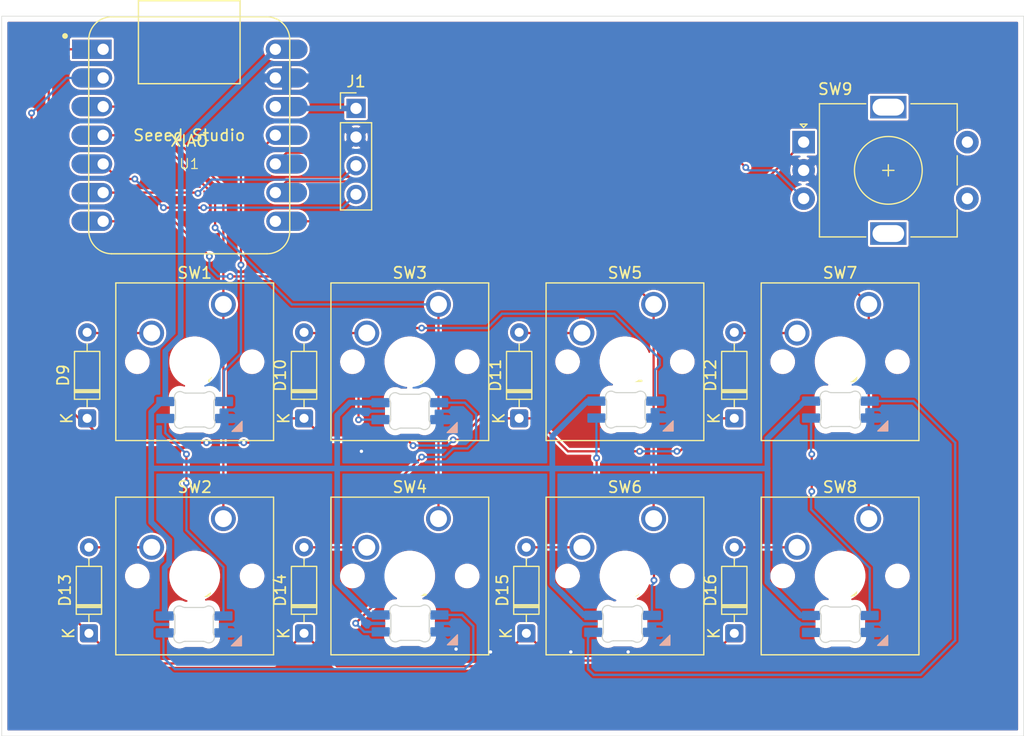
<source format=kicad_pcb>
(kicad_pcb (version 20241229) (generator "pcbnew") (generator_version "9.0")
  (layers (0 "F.Cu" signal) (2 "B.Cu" signal) (13 "F.Paste" user) (15 "B.Paste" user) (5 "F.SilkS" user "F.Silkscreen") (7 "B.SilkS" user "B.Silkscreen") (1 "F.Mask" user) (3 "B.Mask" user) (25 "Edge.Cuts" user))
  (net 0 "")
  (net 1 "ROW0")
  (net 2 "Net-(D9-A)")
  (net 3 "Net-(D10-A)")
  (net 4 "Net-(D11-A)")
  (net 5 "Net-(D12-A)")
  (net 6 "Net-(D13-A)")
  (net 7 "ROW1")
  (net 8 "Net-(D14-A)")
  (net 9 "Net-(D15-A)")
  (net 10 "Net-(D16-A)")
  (net 11 "Net-(J1-Pin_3)")
  (net 12 "Net-(J1-Pin_4)")
  (net 13 "3V3")
  (net 14 "COL0")
  (net 15 "COL1")
  (net 16 "COL2")
  (net 17 "COL3")
  (net 19 "A")
  (net 20 "GND")
  (net 22 "RGB")
  (net 23 "+5V")
  (net 24 "B")
  (net 25 "Net-(D2-DOUT)")
  (net 26 "Net-(D1-DOUT)")
  (net 27 "Net-(D3-DOUT)")
  (net 28 "Net-(D4-DOUT)")
  (net 30 "Net-(D1-DIN)")
  (net 31 "Net-(D2-DIN)")
  (net 32 "Net-(D3-DIN)")
  (footprint "Button_Switch_Keyboard:SW_Cherry_MX_1.00u_PCB" (layer "F.Cu") (at 147.79625 128.905)
    (property "Reference" "SW4")
    (property "Value" "SW_Push_45deg")
  )
  (footprint "footprints:SK6812MINI-E_fixed" (layer "F.Cu") (at 145.278799 138.290842)
    (property "Reference" "D1")
    (property "Value" "SK6812MINI-E")
    (fp_line (start -1.699998 0.6) (end -1.699998 -0.805684) (stroke (width 0.1)) (layer "Edge.Cuts"))
    (fp_line (start -0.794451 -1.602841) (end 0.794454 -1.602841) (stroke (width 0.1)) (layer "Edge.Cuts"))
    (fp_line (start 0.794453 1.397158) (end -0.794451 1.397158) (stroke (width 0.1)) (layer "Edge.Cuts"))
    (fp_line (start 1.7 -0.805684) (end 1.7 0.6) (stroke (width 0.1)) (layer "Edge.Cuts"))
    (fp_arc (start -1.749483 -1.022562) (mid -1.712526 -0.91691) (end -1.699998 -0.805684) (stroke (width 0.1)) (layer "Edge.Cuts"))
    (fp_arc (start -1.749483 -1.022562) (mid -1.63807 -1.606877) (end -1.04671 -1.671141) (stroke (width 0.1)) (layer "Edge.Cuts"))
    (fp_arc (start -1.699998 0.600001) (mid -1.712526 0.711226) (end -1.749483 0.816878) (stroke (width 0.1)) (layer "Edge.Cuts"))
    (fp_arc (start -1.04671 1.465455) (mid -1.638069 1.401192) (end -1.749483 0.816878) (stroke (width 0.1)) (layer "Edge.Cuts"))
    (fp_arc (start -1.046709 1.465457) (mid -0.925121 1.414535) (end -0.794451 1.397158) (stroke (width 0.1)) (layer "Edge.Cuts"))
    (fp_arc (start -0.794452 -1.602842) (mid -0.925122 -1.620219) (end -1.04671 -1.671141) (stroke (width 0.1)) (layer "Edge.Cuts"))
    (fp_arc (start 0.794453 1.397158) (mid 0.925124 1.414535) (end 1.046712 1.465457) (stroke (width 0.1)) (layer "Edge.Cuts"))
    (fp_arc (start 1.046712 -1.67114) (mid 0.925124 -1.620218) (end 0.794454 -1.602841) (stroke (width 0.1)) (layer "Edge.Cuts"))
    (fp_arc (start 1.046712 -1.67114) (mid 1.638072 -1.606876) (end 1.749485 -1.022562) (stroke (width 0.1)) (layer "Edge.Cuts"))
    (fp_arc (start 1.7 -0.805685) (mid 1.712528 -0.91691) (end 1.749485 -1.022562) (stroke (width 0.1)) (layer "Edge.Cuts"))
    (fp_arc (start 1.749485 0.816877) (mid 1.638073 1.401193) (end 1.046712 1.465457) (stroke (width 0.1)) (layer "Edge.Cuts"))
    (fp_arc (start 1.749485 0.816878) (mid 1.712528 0.711226) (end 1.7 0.6) (stroke (width 0.1)) (layer "Edge.Cuts"))
  )
  (footprint "footprints:SK6812MINI-E_fixed" (layer "F.Cu") (at 126.152499 138.3792)
    (property "Reference" "D6")
    (property "Value" "SK6812MINI-E")
    (fp_line (start -1.699998 0.6) (end -1.699998 -0.805684) (stroke (width 0.1)) (layer "Edge.Cuts"))
    (fp_line (start -0.794451 -1.602841) (end 0.794454 -1.602841) (stroke (width 0.1)) (layer "Edge.Cuts"))
    (fp_line (start 0.794453 1.397158) (end -0.794451 1.397158) (stroke (width 0.1)) (layer "Edge.Cuts"))
    (fp_line (start 1.7 -0.805684) (end 1.7 0.6) (stroke (width 0.1)) (layer "Edge.Cuts"))
    (fp_arc (start -1.749483 -1.022562) (mid -1.712526 -0.91691) (end -1.699998 -0.805684) (stroke (width 0.1)) (layer "Edge.Cuts"))
    (fp_arc (start -1.749483 -1.022562) (mid -1.63807 -1.606877) (end -1.04671 -1.671141) (stroke (width 0.1)) (layer "Edge.Cuts"))
    (fp_arc (start -1.699998 0.600001) (mid -1.712526 0.711226) (end -1.749483 0.816878) (stroke (width 0.1)) (layer "Edge.Cuts"))
    (fp_arc (start -1.04671 1.465455) (mid -1.638069 1.401192) (end -1.749483 0.816878) (stroke (width 0.1)) (layer "Edge.Cuts"))
    (fp_arc (start -1.046709 1.465457) (mid -0.925121 1.414535) (end -0.794451 1.397158) (stroke (width 0.1)) (layer "Edge.Cuts"))
    (fp_arc (start -0.794452 -1.602842) (mid -0.925122 -1.620219) (end -1.04671 -1.671141) (stroke (width 0.1)) (layer "Edge.Cuts"))
    (fp_arc (start 0.794453 1.397158) (mid 0.925124 1.414535) (end 1.046712 1.465457) (stroke (width 0.1)) (layer "Edge.Cuts"))
    (fp_arc (start 1.046712 -1.67114) (mid 0.925124 -1.620218) (end 0.794454 -1.602841) (stroke (width 0.1)) (layer "Edge.Cuts"))
    (fp_arc (start 1.046712 -1.67114) (mid 1.638072 -1.606876) (end 1.749485 -1.022562) (stroke (width 0.1)) (layer "Edge.Cuts"))
    (fp_arc (start 1.7 -0.805685) (mid 1.712528 -0.91691) (end 1.749485 -1.022562) (stroke (width 0.1)) (layer "Edge.Cuts"))
    (fp_arc (start 1.749485 0.816877) (mid 1.638073 1.401193) (end 1.046712 1.465457) (stroke (width 0.1)) (layer "Edge.Cuts"))
    (fp_arc (start 1.749485 0.816878) (mid 1.712528 0.711226) (end 1.7 0.6) (stroke (width 0.1)) (layer "Edge.Cuts"))
  )
  (footprint "footprints:SK6812MINI-E_fixed" (layer "F.Cu") (at 183.388 119.342442)
    (property "Reference" "D3")
    (property "Value" "SK6812MINI-E")
    (fp_line (start -1.699998 0.6) (end -1.699998 -0.805684) (stroke (width 0.1)) (layer "Edge.Cuts"))
    (fp_line (start -0.794451 -1.602841) (end 0.794454 -1.602841) (stroke (width 0.1)) (layer "Edge.Cuts"))
    (fp_line (start 0.794453 1.397158) (end -0.794451 1.397158) (stroke (width 0.1)) (layer "Edge.Cuts"))
    (fp_line (start 1.7 -0.805684) (end 1.7 0.6) (stroke (width 0.1)) (layer "Edge.Cuts"))
    (fp_arc (start -1.749483 -1.022562) (mid -1.712526 -0.91691) (end -1.699998 -0.805684) (stroke (width 0.1)) (layer "Edge.Cuts"))
    (fp_arc (start -1.749483 -1.022562) (mid -1.63807 -1.606877) (end -1.04671 -1.671141) (stroke (width 0.1)) (layer "Edge.Cuts"))
    (fp_arc (start -1.699998 0.600001) (mid -1.712526 0.711226) (end -1.749483 0.816878) (stroke (width 0.1)) (layer "Edge.Cuts"))
    (fp_arc (start -1.04671 1.465455) (mid -1.638069 1.401192) (end -1.749483 0.816878) (stroke (width 0.1)) (layer "Edge.Cuts"))
    (fp_arc (start -1.046709 1.465457) (mid -0.925121 1.414535) (end -0.794451 1.397158) (stroke (width 0.1)) (layer "Edge.Cuts"))
    (fp_arc (start -0.794452 -1.602842) (mid -0.925122 -1.620219) (end -1.04671 -1.671141) (stroke (width 0.1)) (layer "Edge.Cuts"))
    (fp_arc (start 0.794453 1.397158) (mid 0.925124 1.414535) (end 1.046712 1.465457) (stroke (width 0.1)) (layer "Edge.Cuts"))
    (fp_arc (start 1.046712 -1.67114) (mid 0.925124 -1.620218) (end 0.794454 -1.602841) (stroke (width 0.1)) (layer "Edge.Cuts"))
    (fp_arc (start 1.046712 -1.67114) (mid 1.638072 -1.606876) (end 1.749485 -1.022562) (stroke (width 0.1)) (layer "Edge.Cuts"))
    (fp_arc (start 1.7 -0.805685) (mid 1.712528 -0.91691) (end 1.749485 -1.022562) (stroke (width 0.1)) (layer "Edge.Cuts"))
    (fp_arc (start 1.749485 0.816877) (mid 1.638073 1.401193) (end 1.046712 1.465457) (stroke (width 0.1)) (layer "Edge.Cuts"))
    (fp_arc (start 1.749485 0.816878) (mid 1.712528 0.711226) (end 1.7 0.6) (stroke (width 0.1)) (layer "Edge.Cuts"))
  )
  (footprint "Button_Switch_Keyboard:SW_Cherry_MX_1.00u_PCB" (layer "F.Cu") (at 147.79625 109.92)
    (property "Reference" "SW3")
    (property "Value" "SW_Push_45deg")
  )
  (footprint "footprints:SK6812MINI-E_fixed" (layer "F.Cu") (at 145.25625 119.4816)
    (property "Reference" "D7")
    (property "Value" "SK6812MINI-E")
    (fp_line (start -1.699998 0.6) (end -1.699998 -0.805684) (stroke (width 0.1)) (layer "Edge.Cuts"))
    (fp_line (start -0.794451 -1.602841) (end 0.794454 -1.602841) (stroke (width 0.1)) (layer "Edge.Cuts"))
    (fp_line (start 0.794453 1.397158) (end -0.794451 1.397158) (stroke (width 0.1)) (layer "Edge.Cuts"))
    (fp_line (start 1.7 -0.805684) (end 1.7 0.6) (stroke (width 0.1)) (layer "Edge.Cuts"))
    (fp_arc (start -1.749483 -1.022562) (mid -1.712526 -0.91691) (end -1.699998 -0.805684) (stroke (width 0.1)) (layer "Edge.Cuts"))
    (fp_arc (start -1.749483 -1.022562) (mid -1.63807 -1.606877) (end -1.04671 -1.671141) (stroke (width 0.1)) (layer "Edge.Cuts"))
    (fp_arc (start -1.699998 0.600001) (mid -1.712526 0.711226) (end -1.749483 0.816878) (stroke (width 0.1)) (layer "Edge.Cuts"))
    (fp_arc (start -1.04671 1.465455) (mid -1.638069 1.401192) (end -1.749483 0.816878) (stroke (width 0.1)) (layer "Edge.Cuts"))
    (fp_arc (start -1.046709 1.465457) (mid -0.925121 1.414535) (end -0.794451 1.397158) (stroke (width 0.1)) (layer "Edge.Cuts"))
    (fp_arc (start -0.794452 -1.602842) (mid -0.925122 -1.620219) (end -1.04671 -1.671141) (stroke (width 0.1)) (layer "Edge.Cuts"))
    (fp_arc (start 0.794453 1.397158) (mid 0.925124 1.414535) (end 1.046712 1.465457) (stroke (width 0.1)) (layer "Edge.Cuts"))
    (fp_arc (start 1.046712 -1.67114) (mid 0.925124 -1.620218) (end 0.794454 -1.602841) (stroke (width 0.1)) (layer "Edge.Cuts"))
    (fp_arc (start 1.046712 -1.67114) (mid 1.638072 -1.606876) (end 1.749485 -1.022562) (stroke (width 0.1)) (layer "Edge.Cuts"))
    (fp_arc (start 1.7 -0.805685) (mid 1.712528 -0.91691) (end 1.749485 -1.022562) (stroke (width 0.1)) (layer "Edge.Cuts"))
    (fp_arc (start 1.749485 0.816877) (mid 1.638073 1.401193) (end 1.046712 1.465457) (stroke (width 0.1)) (layer "Edge.Cuts"))
    (fp_arc (start 1.749485 0.816878) (mid 1.712528 0.711226) (end 1.7 0.6) (stroke (width 0.1)) (layer "Edge.Cuts"))
  )
  (footprint "Diode_THT:D_DO-35_SOD27_P7.62mm_Horizontal" (layer "F.Cu") (at 173.99 139.065 90)
    (property "Reference" "D16")
    (property "Value" "1N4148")
  )
  (footprint "Rotary_Encoder:RotaryEncoder_Alps_EC11E-Switch_Vertical_H20mm" (layer "F.Cu") (at 180.13 95.54)
    (property "Reference" "SW9")
    (property "Value" "RotaryEncoder_Switch")
  )
  (footprint "footprints:SK6812MINI-E_fixed" (layer "F.Cu") (at 183.378799 138.341642)
    (property "Reference" "D5")
    (property "Value" "SK6812MINI-E")
    (fp_line (start -1.699998 0.6) (end -1.699998 -0.805684) (stroke (width 0.1)) (layer "Edge.Cuts"))
    (fp_line (start -0.794451 -1.602841) (end 0.794454 -1.602841) (stroke (width 0.1)) (layer "Edge.Cuts"))
    (fp_line (start 0.794453 1.397158) (end -0.794451 1.397158) (stroke (width 0.1)) (layer "Edge.Cuts"))
    (fp_line (start 1.7 -0.805684) (end 1.7 0.6) (stroke (width 0.1)) (layer "Edge.Cuts"))
    (fp_arc (start -1.749483 -1.022562) (mid -1.712526 -0.91691) (end -1.699998 -0.805684) (stroke (width 0.1)) (layer "Edge.Cuts"))
    (fp_arc (start -1.749483 -1.022562) (mid -1.63807 -1.606877) (end -1.04671 -1.671141) (stroke (width 0.1)) (layer "Edge.Cuts"))
    (fp_arc (start -1.699998 0.600001) (mid -1.712526 0.711226) (end -1.749483 0.816878) (stroke (width 0.1)) (layer "Edge.Cuts"))
    (fp_arc (start -1.04671 1.465455) (mid -1.638069 1.401192) (end -1.749483 0.816878) (stroke (width 0.1)) (layer "Edge.Cuts"))
    (fp_arc (start -1.046709 1.465457) (mid -0.925121 1.414535) (end -0.794451 1.397158) (stroke (width 0.1)) (layer "Edge.Cuts"))
    (fp_arc (start -0.794452 -1.602842) (mid -0.925122 -1.620219) (end -1.04671 -1.671141) (stroke (width 0.1)) (layer "Edge.Cuts"))
    (fp_arc (start 0.794453 1.397158) (mid 0.925124 1.414535) (end 1.046712 1.465457) (stroke (width 0.1)) (layer "Edge.Cuts"))
    (fp_arc (start 1.046712 -1.67114) (mid 0.925124 -1.620218) (end 0.794454 -1.602841) (stroke (width 0.1)) (layer "Edge.Cuts"))
    (fp_arc (start 1.046712 -1.67114) (mid 1.638072 -1.606876) (end 1.749485 -1.022562) (stroke (width 0.1)) (layer "Edge.Cuts"))
    (fp_arc (start 1.7 -0.805685) (mid 1.712528 -0.91691) (end 1.749485 -1.022562) (stroke (width 0.1)) (layer "Edge.Cuts"))
    (fp_arc (start 1.749485 0.816877) (mid 1.638073 1.401193) (end 1.046712 1.465457) (stroke (width 0.1)) (layer "Edge.Cuts"))
    (fp_arc (start 1.749485 0.816878) (mid 1.712528 0.711226) (end 1.7 0.6) (stroke (width 0.1)) (layer "Edge.Cuts"))
  )
  (footprint "Connector_PinHeader_2.54mm:PinHeader_1x04_P2.54mm_Vertical" (layer "F.Cu") (at 140.49375 92.55125)
    (property "Reference" "J1")
    (property "Value" "Conn_01x04")
  )
  (footprint "Button_Switch_Keyboard:SW_Cherry_MX_1.00u_PCB" (layer "F.Cu") (at 128.74625 109.92)
    (property "Reference" "SW1")
    (property "Value" "SW_Push_45deg")
  )
  (footprint "Diode_THT:D_DO-35_SOD27_P7.62mm_Horizontal" (layer "F.Cu") (at 116.84 139.065 90)
    (property "Reference" "D13")
    (property "Value" "1N4148")
  )
  (footprint "Button_Switch_Keyboard:SW_Cherry_MX_1.00u_PCB" (layer "F.Cu") (at 166.84625 109.92)
    (property "Reference" "SW5")
    (property "Value" "SW_Push_45deg")
  )
  (footprint "footprints:SK6812MINI-E_fixed" (layer "F.Cu") (at 164.379599 119.342442)
    (property "Reference" "D2")
    (property "Value" "SK6812MINI-E")
    (fp_line (start -1.699998 0.6) (end -1.699998 -0.805684) (stroke (width 0.1)) (layer "Edge.Cuts"))
    (fp_line (start -0.794451 -1.602841) (end 0.794454 -1.602841) (stroke (width 0.1)) (layer "Edge.Cuts"))
    (fp_line (start 0.794453 1.397158) (end -0.794451 1.397158) (stroke (width 0.1)) (layer "Edge.Cuts"))
    (fp_line (start 1.7 -0.805684) (end 1.7 0.6) (stroke (width 0.1)) (layer "Edge.Cuts"))
    (fp_arc (start -1.749483 -1.022562) (mid -1.712526 -0.91691) (end -1.699998 -0.805684) (stroke (width 0.1)) (layer "Edge.Cuts"))
    (fp_arc (start -1.749483 -1.022562) (mid -1.63807 -1.606877) (end -1.04671 -1.671141) (stroke (width 0.1)) (layer "Edge.Cuts"))
    (fp_arc (start -1.699998 0.600001) (mid -1.712526 0.711226) (end -1.749483 0.816878) (stroke (width 0.1)) (layer "Edge.Cuts"))
    (fp_arc (start -1.04671 1.465455) (mid -1.638069 1.401192) (end -1.749483 0.816878) (stroke (width 0.1)) (layer "Edge.Cuts"))
    (fp_arc (start -1.046709 1.465457) (mid -0.925121 1.414535) (end -0.794451 1.397158) (stroke (width 0.1)) (layer "Edge.Cuts"))
    (fp_arc (start -0.794452 -1.602842) (mid -0.925122 -1.620219) (end -1.04671 -1.671141) (stroke (width 0.1)) (layer "Edge.Cuts"))
    (fp_arc (start 0.794453 1.397158) (mid 0.925124 1.414535) (end 1.046712 1.465457) (stroke (width 0.1)) (layer "Edge.Cuts"))
    (fp_arc (start 1.046712 -1.67114) (mid 0.925124 -1.620218) (end 0.794454 -1.602841) (stroke (width 0.1)) (layer "Edge.Cuts"))
    (fp_arc (start 1.046712 -1.67114) (mid 1.638072 -1.606876) (end 1.749485 -1.022562) (stroke (width 0.1)) (layer "Edge.Cuts"))
    (fp_arc (start 1.7 -0.805685) (mid 1.712528 -0.91691) (end 1.749485 -1.022562) (stroke (width 0.1)) (layer "Edge.Cuts"))
    (fp_arc (start 1.749485 0.816877) (mid 1.638073 1.401193) (end 1.046712 1.465457) (stroke (width 0.1)) (layer "Edge.Cuts"))
    (fp_arc (start 1.749485 0.816878) (mid 1.712528 0.711226) (end 1.7 0.6) (stroke (width 0.1)) (layer "Edge.Cuts"))
  )
  (footprint "Diode_THT:D_DO-35_SOD27_P7.62mm_Horizontal" (layer "F.Cu") (at 155.575 139.065 90)
    (property "Reference" "D15")
    (property "Value" "1N4148")
  )
  (footprint "Button_Switch_Keyboard:SW_Cherry_MX_1.00u_PCB" (layer "F.Cu") (at 185.89625 128.905)
    (property "Reference" "SW8")
    (property "Value" "SW_Push_45deg")
  )
  (footprint "Diode_THT:D_DO-35_SOD27_P7.62mm_Horizontal" (layer "F.Cu") (at 116.68125 120.015 90)
    (property "Reference" "D9")
    (property "Value" "1N4148")
  )
  (footprint "Diode_THT:D_DO-35_SOD27_P7.62mm_Horizontal" (layer "F.Cu") (at 135.89 139.065 90)
    (property "Reference" "D14")
    (property "Value" "1N4148")
  )
  (footprint "footprints:SK6812MINI-E_fixed" (layer "F.Cu") (at 164.093749 138.329642)
    (property "Reference" "D8")
    (property "Value" "SK6812MINI-E")
    (fp_line (start -1.699998 0.6) (end -1.699998 -0.805684) (stroke (width 0.1)) (layer "Edge.Cuts"))
    (fp_line (start -0.794451 -1.602841) (end 0.794454 -1.602841) (stroke (width 0.1)) (layer "Edge.Cuts"))
    (fp_line (start 0.794453 1.397158) (end -0.794451 1.397158) (stroke (width 0.1)) (layer "Edge.Cuts"))
    (fp_line (start 1.7 -0.805684) (end 1.7 0.6) (stroke (width 0.1)) (layer "Edge.Cuts"))
    (fp_arc (start -1.749483 -1.022562) (mid -1.712526 -0.91691) (end -1.699998 -0.805684) (stroke (width 0.1)) (layer "Edge.Cuts"))
    (fp_arc (start -1.749483 -1.022562) (mid -1.63807 -1.606877) (end -1.04671 -1.671141) (stroke (width 0.1)) (layer "Edge.Cuts"))
    (fp_arc (start -1.699998 0.600001) (mid -1.712526 0.711226) (end -1.749483 0.816878) (stroke (width 0.1)) (layer "Edge.Cuts"))
    (fp_arc (start -1.04671 1.465455) (mid -1.638069 1.401192) (end -1.749483 0.816878) (stroke (width 0.1)) (layer "Edge.Cuts"))
    (fp_arc (start -1.046709 1.465457) (mid -0.925121 1.414535) (end -0.794451 1.397158) (stroke (width 0.1)) (layer "Edge.Cuts"))
    (fp_arc (start -0.794452 -1.602842) (mid -0.925122 -1.620219) (end -1.04671 -1.671141) (stroke (width 0.1)) (layer "Edge.Cuts"))
    (fp_arc (start 0.794453 1.397158) (mid 0.925124 1.414535) (end 1.046712 1.465457) (stroke (width 0.1)) (layer "Edge.Cuts"))
    (fp_arc (start 1.046712 -1.67114) (mid 0.925124 -1.620218) (end 0.794454 -1.602841) (stroke (width 0.1)) (layer "Edge.Cuts"))
    (fp_arc (start 1.046712 -1.67114) (mid 1.638072 -1.606876) (end 1.749485 -1.022562) (stroke (width 0.1)) (layer "Edge.Cuts"))
    (fp_arc (start 1.7 -0.805685) (mid 1.712528 -0.91691) (end 1.749485 -1.022562) (stroke (width 0.1)) (layer "Edge.Cuts"))
    (fp_arc (start 1.749485 0.816877) (mid 1.638073 1.401193) (end 1.046712 1.465457) (stroke (width 0.1)) (layer "Edge.Cuts"))
    (fp_arc (start 1.749485 0.816878) (mid 1.712528 0.711226) (end 1.7 0.6) (stroke (width 0.1)) (layer "Edge.Cuts"))
  )
  (footprint "footprints:XIAO-Generic-Hybrid-14P-2.54-21X17.8MM" (layer "F.Cu") (at 125.725 94.9325)
    (property "Reference" "U1")
    (property "Value" "MOUDLE-SEEEDUINO-XIAO" (hide yes))
  )
  (footprint "Button_Switch_Keyboard:SW_Cherry_MX_1.00u_PCB" (layer "F.Cu") (at 166.84625 128.905)
    (property "Reference" "SW6")
    (property "Value" "SW_Push_45deg")
  )
  (footprint "Diode_THT:D_DO-35_SOD27_P7.62mm_Horizontal" (layer "F.Cu") (at 173.99 120.015 90)
    (property "Reference" "D12")
    (property "Value" "1N4148")
  )
  (footprint "footprints:SK6812MINI-E_fixed" (layer "F.Cu") (at 126.20625 119.38)
    (property "Reference" "D4")
    (property "Value" "SK6812MINI-E")
    (fp_line (start -1.699998 0.6) (end -1.699998 -0.805684) (stroke (width 0.1)) (layer "Edge.Cuts"))
    (fp_line (start -0.794451 -1.602841) (end 0.794454 -1.602841) (stroke (width 0.1)) (layer "Edge.Cuts"))
    (fp_line (start 0.794453 1.397158) (end -0.794451 1.397158) (stroke (width 0.1)) (layer "Edge.Cuts"))
    (fp_line (start 1.7 -0.805684) (end 1.7 0.6) (stroke (width 0.1)) (layer "Edge.Cuts"))
    (fp_arc (start -1.749483 -1.022562) (mid -1.712526 -0.91691) (end -1.699998 -0.805684) (stroke (width 0.1)) (layer "Edge.Cuts"))
    (fp_arc (start -1.749483 -1.022562) (mid -1.63807 -1.606877) (end -1.04671 -1.671141) (stroke (width 0.1)) (layer "Edge.Cuts"))
    (fp_arc (start -1.699998 0.600001) (mid -1.712526 0.711226) (end -1.749483 0.816878) (stroke (width 0.1)) (layer "Edge.Cuts"))
    (fp_arc (start -1.04671 1.465455) (mid -1.638069 1.401192) (end -1.749483 0.816878) (stroke (width 0.1)) (layer "Edge.Cuts"))
    (fp_arc (start -1.046709 1.465457) (mid -0.925121 1.414535) (end -0.794451 1.397158) (stroke (width 0.1)) (layer "Edge.Cuts"))
    (fp_arc (start -0.794452 -1.602842) (mid -0.925122 -1.620219) (end -1.04671 -1.671141) (stroke (width 0.1)) (layer "Edge.Cuts"))
    (fp_arc (start 0.794453 1.397158) (mid 0.925124 1.414535) (end 1.046712 1.465457) (stroke (width 0.1)) (layer "Edge.Cuts"))
    (fp_arc (start 1.046712 -1.67114) (mid 0.925124 -1.620218) (end 0.794454 -1.602841) (stroke (width 0.1)) (layer "Edge.Cuts"))
    (fp_arc (start 1.046712 -1.67114) (mid 1.638072 -1.606876) (end 1.749485 -1.022562) (stroke (width 0.1)) (layer "Edge.Cuts"))
    (fp_arc (start 1.7 -0.805685) (mid 1.712528 -0.91691) (end 1.749485 -1.022562) (stroke (width 0.1)) (layer "Edge.Cuts"))
    (fp_arc (start 1.749485 0.816877) (mid 1.638073 1.401193) (end 1.046712 1.465457) (stroke (width 0.1)) (layer "Edge.Cuts"))
    (fp_arc (start 1.749485 0.816878) (mid 1.712528 0.711226) (end 1.7 0.6) (stroke (width 0.1)) (layer "Edge.Cuts"))
  )
  (footprint "Diode_THT:D_DO-35_SOD27_P7.62mm_Horizontal" (layer "F.Cu") (at 135.89 120.015 90)
    (property "Reference" "D10")
    (property "Value" "1N4148")
  )
  (footprint "Button_Switch_Keyboard:SW_Cherry_MX_1.00u_PCB" (layer "F.Cu") (at 185.89625 109.92)
    (property "Reference" "SW7")
    (property "Value" "SW_Push_45deg")
  )
  (footprint "Diode_THT:D_DO-35_SOD27_P7.62mm_Horizontal" (layer "F.Cu") (at 154.94 120.015 90)
    (property "Reference" "D11")
    (property "Value" "1N4148")
  )
  (footprint "Button_Switch_Keyboard:SW_Cherry_MX_1.00u_PCB" (layer "F.Cu") (at 128.74625 128.905)
    (property "Reference" "SW2")
    (property "Value" "SW_Push_45deg")
  )
  (gr_line (start 109.12 148.17) (end 199.62 148.17) (stroke (width 0.05)) (layer "Edge.Cuts"))
  (gr_line (start 113.0808 84.3788) (end 109.1184 84.3788) (stroke (width 0.05)) (layer "Edge.Cuts"))
  (gr_line (start 199.62 148.05) (end 199.62 148.17) (stroke (width 0.05)) (layer "Edge.Cuts"))
  (gr_line (start 199.62 148.05) (end 199.62 84.49) (stroke (width 0.05)) (layer "Edge.Cuts"))
  (gr_line (start 118.9736 84.3788) (end 113.0808 84.3788) (stroke (width 0.05)) (layer "Edge.Cuts"))
  (gr_line (start 109.1184 84.3788) (end 109.12 148.17) (stroke (width 0.05)) (layer "Edge.Cuts"))
  (gr_line (start 199.62 84.49) (end 199.62 84.3788) (stroke (width 0.05)) (layer "Edge.Cuts"))
  (gr_line (start 118.9736 84.3788) (end 199.62 84.3788) (stroke (width 0.05)) (layer "Edge.Cuts"))
  (segment (start 116.68125 120.49125) (end 118.364 122.174) (width 0.2) (layer "F.Cu") (net 1))
  (segment (start 159.004 122.682) (end 159.258 122.936) (width 0.2) (layer "F.Cu") (net 1))
  (segment (start 118.364 122.174) (end 127.254 122.174) (width 0.2) (layer "F.Cu") (net 1))
  (segment (start 115.1255 87.3125) (end 118.1 87.3125) (width 0.2) (layer "F.Cu") (net 1))
  (segment (start 151.511 120.015) (end 154.94 120.015) (width 0.2) (layer "F.Cu") (net 1))
  (segment (start 131.318 122.174) (end 133.477 120.015) (width 0.2) (layer "F.Cu") (net 1))
  (segment (start 116.68125 120.015) (end 116.68125 120.49125) (width 0.2) (layer "F.Cu") (net 1))
  (segment (start 172.085 120.015) (end 173.99 120.015) (width 0.2) (layer "F.Cu") (net 1))
  (segment (start 133.477 120.015) (end 135.89 120.015) (width 0.2) (layer "F.Cu") (net 1))
  (segment (start 130.556 122.174) (end 131.318 122.174) (width 0.2) (layer "F.Cu") (net 1))
  (segment (start 145.542 122.428) (end 145.034 121.92) (width 0.2) (layer "F.Cu") (net 1))
  (segment (start 169.164 122.936) (end 172.085 120.015) (width 0.2) (layer "F.Cu") (net 1))
  (segment (start 113.284 89.154) (end 115.1255 87.3125) (width 0.2) (layer "F.Cu") (net 1))
  (segment (start 116.68125 120.015) (end 115.951 120.015) (width 0.2) (layer "F.Cu") (net 1))
  (segment (start 137.795 121.92) (end 135.89 120.015) (width 0.2) (layer "F.Cu") (net 1))
  (segment (start 159.258 122.936) (end 165.608 122.936) (width 0.2) (layer "F.Cu") (net 1))
  (segment (start 154.94 120.015) (end 156.337 120.015) (width 0.2) (layer "F.Cu") (net 1))
  (segment (start 115.951 120.015) (end 113.284 117.348) (width 0.2) (layer "F.Cu") (net 1))
  (segment (start 113.284 117.348) (end 113.284 89.154) (width 0.2) (layer "F.Cu") (net 1))
  (segment (start 156.337 120.015) (end 159.004 122.682) (width 0.2) (layer "F.Cu") (net 1))
  (segment (start 149.606 121.92) (end 151.511 120.015) (width 0.2) (layer "F.Cu") (net 1))
  (segment (start 168.91 122.936) (end 169.164 122.936) (width 0.2) (layer "F.Cu") (net 1))
  (segment (start 149.098 121.92) (end 149.606 121.92) (width 0.2) (layer "F.Cu") (net 1))
  (segment (start 145.034 121.92) (end 137.795 121.92) (width 0.2) (layer "F.Cu") (net 1))
  (via (at 149.098 121.92) (size 0.6) (drill 0.3) (layers "F.Cu" "B.Cu") (net 1))
  (via (at 127.254 122.174) (size 0.6) (drill 0.3) (layers "F.Cu" "B.Cu") (net 1))
  (via (at 165.608 122.936) (size 0.6) (drill 0.3) (layers "F.Cu" "B.Cu") (net 1))
  (via (at 130.556 122.174) (size 0.6) (drill 0.3) (layers "F.Cu" "B.Cu") (net 1))
  (via (at 168.91 122.936) (size 0.6) (drill 0.3) (layers "F.Cu" "B.Cu") (net 1))
  (via (at 145.542 122.428) (size 0.6) (drill 0.3) (layers "F.Cu" "B.Cu") (net 1))
  (segment (start 148.59 122.428) (end 149.098 121.92) (width 0.2) (layer "B.Cu") (net 1))
  (segment (start 145.542 122.428) (end 148.59 122.428) (width 0.2) (layer "B.Cu") (net 1))
  (segment (start 127.254 122.174) (end 130.556 122.174) (width 0.2) (layer "B.Cu") (net 1))
  (segment (start 165.608 122.936) (end 168.91 122.936) (width 0.2) (layer "B.Cu") (net 1))
  (segment (start 116.74625 112.46) (end 116.68125 112.395) (width 0.2) (layer "F.Cu") (net 2))
  (segment (start 122.39625 112.46) (end 116.74625 112.46) (width 0.2) (layer "F.Cu") (net 2))
  (segment (start 141.44625 112.46) (end 135.955 112.46) (width 0.2) (layer "F.Cu") (net 3))
  (segment (start 135.955 112.46) (end 135.89 112.395) (width 0.2) (layer "F.Cu") (net 3))
  (segment (start 155.005 112.46) (end 154.94 112.395) (width 0.2) (layer "F.Cu") (net 4))
  (segment (start 160.49625 112.46) (end 155.005 112.46) (width 0.2) (layer "F.Cu") (net 4))
  (segment (start 174.055 112.46) (end 173.99 112.395) (width 0.2) (layer "F.Cu") (net 5))
  (segment (start 179.54625 112.46) (end 174.055 112.46) (width 0.2) (layer "F.Cu") (net 5))
  (segment (start 116.84 131.445) (end 122.39625 131.445) (width 0.2) (layer "F.Cu") (net 6))
  (segment (start 155.575 139.065) (end 157.988 141.478) (width 0.2) (layer "F.Cu") (net 7))
  (segment (start 119.507 141.732) (end 133.223 141.732) (width 0.2) (layer "F.Cu") (net 7))
  (segment (start 157.988 141.478) (end 171.577 141.478) (width 0.2) (layer "F.Cu") (net 7))
  (segment (start 152.654 141.986) (end 155.575 139.065) (width 0.2) (layer "F.Cu") (net 7))
  (segment (start 116.84 139.065) (end 111.76 133.985) (width 0.2) (layer "F.Cu") (net 7))
  (segment (start 135.89 139.065) (end 138.811 141.986) (width 0.2) (layer "F.Cu") (net 7))
  (segment (start 171.577 141.478) (end 173.99 139.065) (width 0.2) (layer "F.Cu") (net 7))
  (segment (start 133.223 141.732) (end 135.89 139.065) (width 0.2) (layer "F.Cu") (net 7))
  (segment (start 111.76 133.985) (end 111.76 92.964) (width 0.2) (layer "F.Cu") (net 7))
  (segment (start 138.811 141.986) (end 152.654 141.986) (width 0.2) (layer "F.Cu") (net 7))
  (segment (start 116.84 139.065) (end 119.507 141.732) (width 0.2) (layer "F.Cu") (net 7))
  (via (at 111.76 92.964) (size 0.6) (drill 0.3) (layers "F.Cu" "B.Cu") (net 7))
  (segment (start 114.8715 89.8525) (end 118.1 89.8525) (width 0.2) (layer "B.Cu") (net 7))
  (segment (start 111.76 92.964) (end 114.8715 89.8525) (width 0.2) (layer "B.Cu") (net 7))
  (segment (start 135.89 131.445) (end 141.44625 131.445) (width 0.2) (layer "F.Cu") (net 8))
  (segment (start 155.575 131.445) (end 160.49625 131.445) (width 0.2) (layer "F.Cu") (net 9))
  (segment (start 173.99 131.445) (end 179.54625 131.445) (width 0.2) (layer "F.Cu") (net 10))
  (segment (start 118.1 100.0125) (end 126.4285 100.0125) (width 0.2) (layer "F.Cu") (net 11))
  (segment (start 126.4285 100.0125) (end 126.492 100.076) (width 0.2) (layer "F.Cu") (net 11))
  (via (at 126.492 100.076) (size 0.6) (drill 0.3) (layers "F.Cu" "B.Cu") (net 11))
  (segment (start 127.7065 98.8615) (end 139.2635 98.8615) (width 0.2) (layer "B.Cu") (net 11))
  (segment (start 139.2635 98.8615) (end 140.49375 97.63125) (width 0.2) (layer "B.Cu") (net 11))
  (segment (start 126.492 100.076) (end 127.7065 98.8615) (width 0.2) (layer "B.Cu") (net 11))
  (segment (start 118.1 97.4725) (end 119.4335 98.806) (width 0.2) (layer "F.Cu") (net 12))
  (segment (start 119.4335 98.806) (end 120.904 98.806) (width 0.2) (layer "F.Cu") (net 12))
  (segment (start 123.444 101.346) (end 127 101.346) (width 0.2) (layer "F.Cu") (net 12))
  (via (at 127 101.346) (size 0.6) (drill 0.3) (layers "F.Cu" "B.Cu") (net 12))
  (via (at 120.904 98.806) (size 0.6) (drill 0.3) (layers "F.Cu" "B.Cu") (net 12))
  (via (at 123.444 101.346) (size 0.6) (drill 0.3) (layers "F.Cu" "B.Cu") (net 12))
  (segment (start 139.319 101.346) (end 140.49375 100.17125) (width 0.2) (layer "B.Cu") (net 12))
  (segment (start 127 101.346) (end 139.319 101.346) (width 0.2) (layer "B.Cu") (net 12))
  (segment (start 120.904 98.806) (end 123.444 101.346) (width 0.2) (layer "B.Cu") (net 12))
  (segment (start 140.49375 92.55125) (end 133.50875 92.55125) (width 0.5) (layer "B.Cu") (net 13))
  (segment (start 133.50875 92.55125) (end 133.35 92.3925) (width 0.5) (layer "B.Cu") (net 13))
  (segment (start 128.74625 128.905) (end 128.74625 109.92) (width 0.2) (layer "F.Cu") (net 14))
  (segment (start 121.6025 92.3925) (end 118.1 92.3925) (width 0.2) (layer "F.Cu") (net 14))
  (segment (start 128.74625 99.53625) (end 121.6025 92.3925) (width 0.2) (layer "F.Cu") (net 14))
  (segment (start 128.74625 109.92) (end 128.74625 99.53625) (width 0.2) (layer "F.Cu") (net 14))
  (segment (start 118.1 94.9325) (end 122.6185 94.9325) (width 0.2) (layer "F.Cu") (net 15))
  (segment (start 128.016 100.33) (end 128.016 103.124) (width 0.2) (layer "F.Cu") (net 15))
  (segment (start 122.6185 94.9325) (end 128.016 100.33) (width 0.2) (layer "F.Cu") (net 15))
  (segment (start 147.79625 109.92) (end 147.79625 128.905) (width 0.2) (layer "F.Cu") (net 15))
  (via (at 128.016 103.124) (size 0.6) (drill 0.3) (layers "F.Cu" "B.Cu") (net 15))
  (segment (start 128.016 103.124) (end 134.812 109.92) (width 0.2) (layer "B.Cu") (net 15))
  (segment (start 134.812 109.92) (end 147.79625 109.92) (width 0.2) (layer "B.Cu") (net 15))
  (segment (start 129.34625 107.442) (end 164.36825 107.442) (width 0.2) (layer "F.Cu") (net 16))
  (segment (start 166.84625 109.92) (end 166.84625 128.905) (width 0.2) (layer "F.Cu") (net 16))
  (segment (start 164.36825 107.442) (end 166.84625 109.92) (width 0.2) (layer "F.Cu") (net 16))
  (segment (start 124.3965 102.5525) (end 127.508 105.664) (width 0.2) (layer "F.Cu") (net 16))
  (segment (start 118.1 102.5525) (end 124.3965 102.5525) (width 0.2) (layer "F.Cu") (net 16))
  (via (at 127.508 105.664) (size 0.6) (drill 0.3) (layers "F.Cu" "B.Cu") (net 16))
  (via (at 129.34625 107.442) (size 0.6) (drill 0.3) (layers "F.Cu" "B.Cu") (net 16))
  (segment (start 129.34625 107.442) (end 128.27 107.442) (width 0.2) (layer "B.Cu") (net 16))
  (segment (start 127.508 106.68) (end 127.508 105.664) (width 0.2) (layer "B.Cu") (net 16))
  (segment (start 128.27 107.442) (end 127.508 106.68) (width 0.2) (layer "B.Cu") (net 16))
  (segment (start 178.52875 102.5525) (end 133.35 102.5525) (width 0.2) (layer "F.Cu") (net 17))
  (segment (start 185.89625 109.92) (end 178.52875 102.5525) (width 0.2) (layer "F.Cu") (net 17))
  (segment (start 185.89625 128.905) (end 185.89625 109.92) (width 0.2) (layer "F.Cu") (net 17))
  (segment (start 180.13 95.54) (end 176.64975 99.02025) (width 0.2) (layer "F.Cu") (net 19))
  (segment (start 176.64975 99.02025) (end 134.34225 99.02025) (width 0.2) (layer "F.Cu") (net 19))
  (segment (start 134.34225 99.02025) (end 133.35 100.0125) (width 0.2) (layer "F.Cu") (net 19))
  (segment (start 159.512 140.716) (end 164.592 140.716) (width 0.2) (layer "F.Cu") (net 20))
  (segment (start 149.352 140.462) (end 149.606 140.716) (width 0.2) (layer "F.Cu") (net 20))
  (segment (start 149.606 140.716) (end 152.4 140.716) (width 0.2) (layer "F.Cu") (net 20))
  (via (at 149.352 140.462) (size 0.6) (drill 0.3) (layers "F.Cu" "B.Cu") (net 20))
  (via (at 140.97 122.936) (size 0.6) (drill 0.3) (layers "F.Cu" "B.Cu") (net 20))
  (via (at 159.512 140.716) (size 0.6) (drill 0.3) (layers "F.Cu" "B.Cu") (net 20))
  (via (at 164.592 140.716) (size 0.6) (drill 0.3) (layers "F.Cu" "B.Cu") (net 20))
  (via (at 152.4 140.716) (size 0.6) (drill 0.3) (layers "F.Cu" "B.Cu") (net 20))
  (segment (start 152.4 140.716) (end 159.512 140.716) (width 0.2) (layer "B.Cu") (net 20))
  (segment (start 166.878 140.462) (end 166.69375 140.27775) (width 0.2) (layer "B.Cu") (net 20))
  (segment (start 166.624 140.716) (end 166.878 140.462) (width 0.2) (layer "B.Cu") (net 20))
  (segment (start 147.8788 138.9888) (end 149.352 140.462) (width 0.2) (layer "B.Cu") (net 20))
  (segment (start 147.8788 138.938) (end 147.8788 138.9888) (width 0.2) (layer "B.Cu") (net 20))
  (segment (start 164.592 140.716) (end 166.624 140.716) (width 0.2) (layer "B.Cu") (net 20))
  (segment (start 166.69375 140.27775) (end 166.69375 138.9768) (width 0.2) (layer "B.Cu") (net 20))
  (segment (start 130.302 97.9805) (end 130.302 106.426) (width 0.2) (layer "F.Cu") (net 22))
  (segment (start 133.35 94.9325) (end 130.302 97.9805) (width 0.2) (layer "F.Cu") (net 22))
  (via (at 130.302 106.426) (size 0.6) (drill 0.3) (layers "F.Cu" "B.Cu") (net 22))
  (segment (start 130.302 106.426) (end 130.302 114.28578) (width 0.2) (layer "B.Cu") (net 22))
  (segment (start 128.806251 115.781529) (end 128.806251 118.527158) (width 0.2) (layer "B.Cu") (net 22))
  (segment (start 130.302 114.28578) (end 128.806251 115.781529) (width 0.2) (layer "B.Cu") (net 22))
  (segment (start 157.87525 134.6583) (end 160.69375 137.4768) (width 0.5) (layer "B.Cu") (net 23))
  (segment (start 122.355251 124.46) (end 176.92525 124.46) (width 0.5) (layer "B.Cu") (net 23))
  (segment (start 176.92525 134.544603) (end 176.92525 124.46) (width 0.5) (layer "B.Cu") (net 23))
  (segment (start 133.35 87.3125) (end 124.968 95.6945) (width 0.5) (layer "B.Cu") (net 23))
  (segment (start 179.869447 137.4888) (end 176.92525 134.544603) (width 0.5) (layer "B.Cu") (net 23))
  (segment (start 124.968 112.701302) (end 123.606251 114.063051) (width 0.5) (layer "B.Cu") (net 23))
  (segment (start 139.943242 118.628758) (end 138.82525 119.74675) (width 0.5) (layer "B.Cu") (net 23))
  (segment (start 180.2328 118.4896) (end 181.0328 118.4896) (width 0.5) (layer "B.Cu") (net 23))
  (segment (start 124.968 95.6945) (end 124.968 112.701302) (width 0.5) (layer "B.Cu") (net 23))
  (segment (start 138.82525 134.544603) (end 141.718647 137.438) (width 0.5) (layer "B.Cu") (net 23))
  (segment (start 141.718647 137.438) (end 142.6788 137.438) (width 0.5) (layer "B.Cu") (net 23))
  (segment (start 122.355251 129.210555) (end 123.952 130.807304) (width 0.5) (layer "B.Cu") (net 23))
  (segment (start 142.656251 118.628758) (end 139.943242 118.628758) (width 0.5) (layer "B.Cu") (net 23))
  (segment (start 180.7788 137.4888) (end 179.869447 137.4888) (width 0.5) (layer "B.Cu") (net 23))
  (segment (start 123.5525 133.24875) (end 123.5525 137.526358) (width 0.5) (layer "B.Cu") (net 23))
  (segment (start 123.304205 118.527158) (end 122.355251 119.476112) (width 0.5) (layer "B.Cu") (net 23))
  (segment (start 160.69375 137.4768) (end 161.49375 137.4768) (width 0.5) (layer "B.Cu") (net 23))
  (segment (start 122.355251 119.476112) (end 122.355251 124.46) (width 0.5) (layer "B.Cu") (net 23))
  (segment (start 176.92525 121.79715) (end 180.2328 118.4896) (width 0.5) (layer "B.Cu") (net 23))
  (segment (start 157.87525 121.59395) (end 157.87525 134.6583) (width 0.5) (layer "B.Cu") (net 23))
  (segment (start 123.952 130.807304) (end 123.952 132.84925) (width 0.5) (layer "B.Cu") (net 23))
  (segment (start 123.952 132.84925) (end 123.5525 133.24875) (width 0.5) (layer "B.Cu") (net 23))
  (segment (start 138.82525 119.74675) (end 138.82525 134.544603) (width 0.5) (layer "B.Cu") (net 23))
  (segment (start 123.606251 114.063051) (end 123.606251 118.527158) (width 0.5) (layer "B.Cu") (net 23))
  (segment (start 122.355251 124.46) (end 122.355251 129.210555) (width 0.5) (layer "B.Cu") (net 23))
  (segment (start 161.7796 118.4896) (end 160.9796 118.4896) (width 0.5) (layer "B.Cu") (net 23))
  (segment (start 123.606251 118.527158) (end 123.304205 118.527158) (width 0.5) (layer "B.Cu") (net 23))
  (segment (start 160.9796 118.4896) (end 157.87525 121.59395) (width 0.5) (layer "B.Cu") (net 23))
  (segment (start 176.92525 124.46) (end 176.92525 121.79715) (width 0.5) (layer "B.Cu") (net 23))
  (segment (start 134.34225 96.48025) (end 173.69625 96.48025) (width 0.2) (layer "F.Cu") (net 24))
  (segment (start 133.35 97.4725) (end 134.34225 96.48025) (width 0.2) (layer "F.Cu") (net 24))
  (segment (start 173.69625 96.48025) (end 175.006 97.79) (width 0.2) (layer "F.Cu") (net 24))
  (via (at 175.006 97.79) (size 0.6) (drill 0.3) (layers "F.Cu" "B.Cu") (net 24))
  (segment (start 175.26 98.044) (end 177.634 98.044) (width 0.2) (layer "B.Cu") (net 24))
  (segment (start 177.634 98.044) (end 180.13 100.54) (width 0.2) (layer "B.Cu") (net 24))
  (segment (start 175.006 97.79) (end 175.26 98.044) (width 0.2) (layer "B.Cu") (net 24))
  (segment (start 161.798 123.536) (end 161.798 127.508) (width 0.2) (layer "F.Cu") (net 25))
  (segment (start 161.798 127.508) (end 166.878 132.588) (width 0.2) (layer "F.Cu") (net 25))
  (segment (start 166.878 132.588) (end 166.878 134.366) (width 0.2) (layer "F.Cu") (net 25))
  (via (at 166.878 134.366) (size 0.6) (drill 0.3) (layers "F.Cu" "B.Cu") (net 25))
  (via (at 161.798 123.536) (size 0.6) (drill 0.3) (layers "F.Cu" "B.Cu") (net 25))
  (segment (start 161.7796 123.5176) (end 161.798 123.536) (width 0.2) (layer "B.Cu") (net 25))
  (segment (start 166.69375 134.80425) (end 166.69375 137.4768) (width 0.2) (layer "B.Cu") (net 25))
  (segment (start 166.878 134.62) (end 166.69375 134.80425) (width 0.2) (layer "B.Cu") (net 25))
  (segment (start 166.878 134.366) (end 166.878 134.62) (width 0.2) (layer "B.Cu") (net 25))
  (segment (start 161.7796 119.9896) (end 161.7796 123.5176) (width 0.2) (layer "B.Cu") (net 25))
  (segment (start 142.84725 126.90075) (end 146.304 123.444) (width 0.2) (layer "F.Cu") (net 26))
  (segment (start 142.84725 135.79075) (end 142.84725 126.90075) (width 0.2) (layer "F.Cu") (net 26))
  (segment (start 140.462 138.176) (end 142.84725 135.79075) (width 0.2) (layer "F.Cu") (net 26))
  (via (at 140.462 138.176) (size 0.6) (drill 0.3) (layers "F.Cu" "B.Cu") (net 26))
  (via (at 146.304 123.444) (size 0.6) (drill 0.3) (layers "F.Cu" "B.Cu") (net 26))
  (segment (start 151.13 121.92) (end 151.13 119.634) (width 0.2) (layer "B.Cu") (net 26))
  (segment (start 150.124758 118.628758) (end 147.856251 118.628758) (width 0.2) (layer "B.Cu") (net 26))
  (segment (start 149.098 122.682) (end 150.368 122.682) (width 0.2) (layer "B.Cu") (net 26))
  (segment (start 148.336 123.444) (end 149.098 122.682) (width 0.2) (layer "B.Cu") (net 26))
  (segment (start 150.368 122.682) (end 151.13 121.92) (width 0.2) (layer "B.Cu") (net 26))
  (segment (start 141.224 138.938) (end 140.462 138.176) (width 0.2) (layer "B.Cu") (net 26))
  (segment (start 151.13 119.634) (end 150.124758 118.628758) (width 0.2) (layer "B.Cu") (net 26))
  (segment (start 142.6788 138.938) (end 141.224 138.938) (width 0.2) (layer "B.Cu") (net 26))
  (segment (start 146.304 123.444) (end 148.336 123.444) (width 0.2) (layer "B.Cu") (net 26))
  (segment (start 180.848 126.492) (end 180.848 123.19) (width 0.2) (layer "F.Cu") (net 27))
  (via (at 180.848 123.19) (size 0.6) (drill 0.3) (layers "F.Cu" "B.Cu") (net 27))
  (via (at 180.848 126.492) (size 0.6) (drill 0.3) (layers "F.Cu" "B.Cu") (net 27))
  (segment (start 180.788001 126.551999) (end 180.848 126.492) (width 0.2) (layer "B.Cu") (net 27))
  (segment (start 180.788001 128.091935) (end 185.9788 133.282734) (width 0.2) (layer "B.Cu") (net 27))
  (segment (start 185.9788 133.282734) (end 185.9788 137.4888) (width 0.2) (layer "B.Cu") (net 27))
  (segment (start 180.848 123.19) (end 180.788001 123.130001) (width 0.2) (layer "B.Cu") (net 27))
  (segment (start 180.788001 123.130001) (end 180.788001 119.9896) (width 0.2) (layer "B.Cu") (net 27))
  (segment (start 180.788001 128.091935) (end 180.788001 126.551999) (width 0.2) (layer "B.Cu") (net 27))
  (segment (start 125.476 123.19) (end 125.476 125.73) (width 0.2) (layer "F.Cu") (net 28))
  (via (at 125.476 123.19) (size 0.6) (drill 0.3) (layers "F.Cu" "B.Cu") (net 28))
  (via (at 125.476 125.73) (size 0.6) (drill 0.3) (layers "F.Cu" "B.Cu") (net 28))
  (segment (start 123.606251 121.320251) (end 125.476 123.19) (width 0.2) (layer "B.Cu") (net 28))
  (segment (start 125.476 125.73) (end 125.476 129.929934) (width 0.2) (layer "B.Cu") (net 28))
  (segment (start 123.606251 120.027158) (end 123.606251 121.320251) (width 0.2) (layer "B.Cu") (net 28))
  (segment (start 125.476 129.929934) (end 128.7525 133.206434) (width 0.2) (layer "B.Cu") (net 28))
  (segment (start 128.7525 133.206434) (end 128.7525 137.526358) (width 0.2) (layer "B.Cu") (net 28))
  (segment (start 150.876 138.43) (end 149.884 137.438) (width 0.2) (layer "B.Cu") (net 30))
  (segment (start 123.5525 139.026358) (end 123.444 139.134858) (width 0.2) (layer "B.Cu") (net 30))
  (segment (start 123.444 139.134858) (end 123.444 141.224) (width 0.2) (layer "B.Cu") (net 30))
  (segment (start 150.876 141.478) (end 150.876 138.43) (width 0.2) (layer "B.Cu") (net 30))
  (segment (start 123.444 141.224) (end 124.46 142.24) (width 0.2) (layer "B.Cu") (net 30))
  (segment (start 124.46 142.24) (end 150.114 142.24) (width 0.2) (layer "B.Cu") (net 30))
  (segment (start 150.114 142.24) (end 150.876 141.478) (width 0.2) (layer "B.Cu") (net 30))
  (segment (start 149.884 137.438) (end 147.8788 137.438) (width 0.2) (layer "B.Cu") (net 30))
  (segment (start 142.24 116.078) (end 142.24 115.062) (width 0.2) (layer "F.Cu") (net 31))
  (segment (start 142.24 114.046) (end 144.272 112.014) (width 0.2) (layer "F.Cu") (net 31))
  (segment (start 144.272 112.014) (end 146.304 112.014) (width 0.2) (layer "F.Cu") (net 31))
  (segment (start 140.716 117.602) (end 141.224 117.094) (width 0.2) (layer "F.Cu") (net 31))
  (segment (start 141.224 117.094) (end 142.24 116.078) (width 0.2) (layer "F.Cu") (net 31))
  (segment (start 142.24 115.062) (end 142.24 114.046) (width 0.2) (layer "F.Cu") (net 31))
  (segment (start 140.716 120.142) (end 140.716 117.602) (width 0.2) (layer "F.Cu") (net 31))
  (via (at 146.304 112.014) (size 0.6) (drill 0.3) (layers "F.Cu" "B.Cu") (net 31))
  (via (at 140.716 120.142) (size 0.6) (drill 0.3) (layers "F.Cu" "B.Cu") (net 31))
  (segment (start 163.375066 110.744) (end 167.386 114.754934) (width 0.2) (layer "B.Cu") (net 31))
  (segment (start 167.386 114.754934) (end 167.386 115.316) (width 0.2) (layer "B.Cu") (net 31))
  (segment (start 140.729242 120.128758) (end 140.716 120.142) (width 0.2) (layer "B.Cu") (net 31))
  (segment (start 153.416 110.744) (end 163.375066 110.744) (width 0.2) (layer "B.Cu") (net 31))
  (segment (start 167.386 115.316) (end 166.9796 115.7224) (width 0.2) (layer "B.Cu") (net 31))
  (segment (start 146.304 112.014) (end 152.146 112.014) (width 0.2) (layer "B.Cu") (net 31))
  (segment (start 166.9796 115.7224) (end 166.9796 118.4896) (width 0.2) (layer "B.Cu") (net 31))
  (segment (start 152.146 112.014) (end 153.416 110.744) (width 0.2) (layer "B.Cu") (net 31))
  (segment (start 142.656251 120.128758) (end 140.729242 120.128758) (width 0.2) (layer "B.Cu") (net 31))
  (segment (start 190.5 142.748) (end 193.548 139.7) (width 0.2) (layer "B.Cu") (net 32))
  (segment (start 161.036 139.43455) (end 161.036 142.24) (width 0.2) (layer "B.Cu") (net 32))
  (segment (start 161.544 142.748) (end 190.5 142.748) (width 0.2) (layer "B.Cu") (net 32))
  (segment (start 189.8636 118.4896) (end 185.988001 118.4896) (width 0.2) (layer "B.Cu") (net 32))
  (segment (start 193.548 122.174) (end 189.8636 118.4896) (width 0.2) (layer "B.Cu") (net 32))
  (segment (start 193.548 139.7) (end 193.548 122.174) (width 0.2) (layer "B.Cu") (net 32))
  (segment (start 161.036 142.24) (end 161.544 142.748) (width 0.2) (layer "B.Cu") (net 32))
  (segment (start 161.49375 138.9768) (end 161.036 139.43455) (width 0.2) (layer "B.Cu") (net 32))
  (zone (net 20) (net_name "GND") (layers "F.Cu" "B.Cu") (connect_pads (clearance 0.2)) (min_thickness 0.15) (fill yes (thermal_gap 0.2) (thermal_bridge_width 0.8))
    (polygon (pts (xy 108.966 84.328) (xy 199.644 84.582) (xy 199.644 148.082) (xy 108.966 147.828) (xy 109.22 83.82) (xy 109.22 84.328)))
  )
)
</source>
